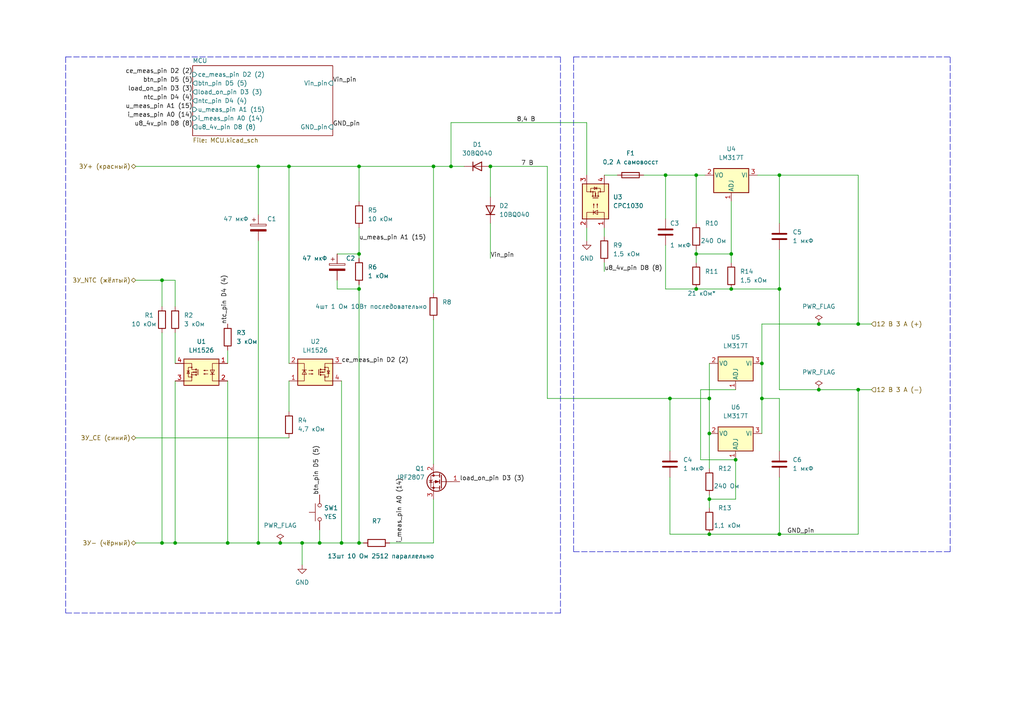
<source format=kicad_sch>
(kicad_sch (version 20211123) (generator eeschema)
  (paper "A4")
  (lib_symbols
    (symbol "Device:C" (pin_numbers hide) (pin_names (offset 0.254))
      (property "Reference" "C" (at 0.635 2.54 0))
      (property "Value" "C" (at 0.635 -2.54 0))
      (symbol "C_0_1"
        (polyline (pts (xy -2.032 -0.762) (xy 2.032 -0.762)) (stroke (width 0.508)))
        (polyline (pts (xy -2.032 0.762) (xy 2.032 0.762)) (stroke (width 0.508)))
      )
      (symbol "C_1_1"
        (pin passive line (at 0 3.81 270) (length 2.794) (name "~") (number "1"))
        (pin passive line (at 0 -3.81 90) (length 2.794) (name "~") (number "2"))
      )
    )
    (symbol "Device:C_Polarized" (pin_numbers hide) (pin_names (offset 0.254))
      (property "Reference" "C" (at 0.635 2.54 0))
      (property "Value" "C_Polarized" (at 0.635 -2.54 0))
      (symbol "C_Polarized_0_1"
        (rectangle (start -2.286 0.508) (end 2.286 1.016))
        (polyline (pts (xy -1.778 2.286) (xy -0.762 2.286)))
        (polyline (pts (xy -1.27 2.794) (xy -1.27 1.778)))
        (rectangle (start 2.286 -0.508) (end -2.286 -1.016) (fill (type outline)))
      )
      (symbol "C_Polarized_1_1"
        (pin passive line (at 0 3.81 270) (length 2.794) (name "~") (number "1"))
        (pin passive line (at 0 -3.81 90) (length 2.794) (name "~") (number "2"))
      )
    )
    (symbol "Device:D" (pin_numbers hide) (pin_names (offset 1.016) hide)
      (property "Reference" "D" (at 0 2.54 0))
      (property "Value" "D" (at 0 -2.54 0))
      (symbol "D_0_1"
        (polyline (pts (xy -1.27 1.27) (xy -1.27 -1.27)) (stroke (width 0.254)))
        (polyline (pts (xy 1.27 0) (xy -1.27 0)))
        (polyline (pts (xy 1.27 1.27) (xy 1.27 -1.27) (xy -1.27 0) (xy 1.27 1.27)) (stroke (width 0.254)))
      )
      (symbol "D_1_1"
        (pin passive line (at -3.81 0 0) (length 2.54) (name "K") (number "1"))
        (pin passive line (at 3.81 0 180) (length 2.54) (name "A") (number "2"))
      )
    )
    (symbol "Device:Fuse" (pin_numbers hide) (pin_names (offset 0))
      (property "Reference" "F" (at 2.032 0 90))
      (property "Value" "Fuse" (at -1.905 0 90))
      (symbol "Fuse_0_1"
        (rectangle (start -0.762 -2.54) (end 0.762 2.54) (stroke (width 0.254)))
        (polyline (pts (xy 0 2.54) (xy 0 -2.54)))
      )
      (symbol "Fuse_1_1"
        (pin passive line (at 0 3.81 270) (length 1.27) (name "~") (number "1"))
        (pin passive line (at 0 -3.81 90) (length 1.27) (name "~") (number "2"))
      )
    )
    (symbol "Device:R" (pin_numbers hide) (pin_names (offset 0))
      (property "Reference" "R" (at 2.032 0 90))
      (property "Value" "R" (at 0 0 90))
      (symbol "R_0_1"
        (rectangle (start -1.016 -2.54) (end 1.016 2.54) (stroke (width 0.254)))
      )
      (symbol "R_1_1"
        (pin passive line (at 0 3.81 270) (length 1.27) (name "~") (number "1"))
        (pin passive line (at 0 -3.81 90) (length 1.27) (name "~") (number "2"))
      )
    )
    (symbol "Regulator_Linear:LM317_TO-220" (pin_names (offset 0.254))
      (property "Reference" "U" (at -3.81 3.175 0))
      (property "Value" "LM317_TO-220" (at 0 3.175 0))
      (symbol "LM317_TO-220_0_1"
        (rectangle (start -5.08 1.905) (end 5.08 -5.08) (stroke (width 0.254)) (fill (type background)))
      )
      (symbol "LM317_TO-220_1_1"
        (pin input line (at 0 -7.62 90) (length 2.54) (name "ADJ") (number "1"))
        (pin power_out line (at 7.62 0 180) (length 2.54) (name "VO") (number "2"))
        (pin power_in line (at -7.62 0 0) (length 2.54) (name "VI") (number "3"))
      )
    )
    (symbol "Relay_SolidState:CPC1002N"
      (property "Reference" "U" (at -5.08 5.08 0))
      (property "Value" "CPC1002N" (at 0 5.08 0))
      (symbol "CPC1002N_0_1"
        (rectangle (start -5.08 3.81) (end 5.08 -3.81) (stroke (width 0.254)) (fill (type background)))
        (polyline (pts (xy -3.81 -0.635) (xy -2.54 -0.635)))
        (polyline (pts (xy 1.016 0.762) (xy 1.016 -0.762)) (stroke (width 0.2032)))
        (polyline (pts (xy 1.524 -0.762) (xy 2.794 -0.762)))
        (polyline (pts (xy 3.429 0.381) (xy 4.191 0.381)))
        (polyline (pts (xy 1.524 -0.635) (xy 1.524 -0.889) (xy 1.524 -0.889)) (stroke (width 0.3556)))
        (polyline (pts (xy 1.524 0.127) (xy 1.524 -0.127) (xy 1.524 -0.127)) (stroke (width 0.3556)))
        (polyline (pts (xy 1.524 0.889) (xy 1.524 0.635) (xy 1.524 0.635)) (stroke (width 0.3556)))
        (polyline (pts (xy -5.08 2.54) (xy -3.175 2.54) (xy -3.175 -2.54) (xy -5.08 -2.54)))
        (polyline (pts (xy -3.175 -0.635) (xy -3.81 0.635) (xy -2.54 0.635) (xy -3.175 -0.635)))
        (polyline (pts (xy 1.524 0) (xy 2.794 0) (xy 2.794 -2.54) (xy 5.08 -2.54)))
        (polyline (pts (xy 1.524 0.762) (xy 2.794 0.762) (xy 2.794 2.54) (xy 5.08 2.54)))
        (polyline (pts (xy 1.778 0) (xy 2.286 0.127) (xy 2.286 -0.127) (xy 1.778 0)))
        (polyline (pts (xy 2.794 -1.397) (xy 3.81 -1.397) (xy 3.81 1.397) (xy 2.794 1.397)))
        (polyline (pts (xy 3.81 0.381) (xy 3.429 -0.381) (xy 4.191 -0.381) (xy 3.81 0.381)))
        (polyline (pts (xy -1.905 -0.508) (xy -0.635 -0.508) (xy -1.016 -0.635) (xy -1.016 -0.381) (xy -0.635 -0.508)))
        (polyline (pts (xy -1.905 0.508) (xy -0.635 0.508) (xy -1.016 0.381) (xy -1.016 0.635) (xy -0.635 0.508)))
        (circle (center 2.794 -1.397) (radius 0.127))
        (circle (center 2.794 -0.762) (radius 0.127))
        (circle (center 2.794 1.397) (radius 0.127))
      )
      (symbol "CPC1002N_1_1"
        (pin passive line (at -7.62 2.54 0) (length 2.54) (name "~") (number "1"))
        (pin passive line (at -7.62 -2.54 0) (length 2.54) (name "~") (number "2"))
        (pin passive line (at 7.62 -2.54 180) (length 2.54) (name "~") (number "3"))
        (pin passive line (at 7.62 2.54 180) (length 2.54) (name "~") (number "4"))
      )
    )
    (symbol "Switch:SW_Push" (pin_numbers hide) (pin_names (offset 1.016) hide)
      (property "Reference" "SW" (at 1.27 2.54 0))
      (property "Value" "SW_Push" (at 0 -1.524 0))
      (symbol "SW_Push_0_1"
        (circle (center -2.032 0) (radius 0.508))
        (polyline (pts (xy 0 1.27) (xy 0 3.048)))
        (polyline (pts (xy 2.54 1.27) (xy -2.54 1.27)))
        (circle (center 2.032 0) (radius 0.508))
        (pin passive line (at -5.08 0 0) (length 2.54) (name "1") (number "1"))
        (pin passive line (at 5.08 0 180) (length 2.54) (name "2") (number "2"))
      )
    )
    (symbol "Transistor_FET:IRF540N" (pin_names hide)
      (property "Reference" "Q" (at 6.35 1.905 0))
      (property "Value" "IRF540N" (at 6.35 0 0))
      (symbol "IRF540N_0_1"
        (polyline (pts (xy 0.254 0) (xy -2.54 0)))
        (polyline (pts (xy 0.254 1.905) (xy 0.254 -1.905)) (stroke (width 0.254)))
        (polyline (pts (xy 0.762 -1.27) (xy 0.762 -2.286)) (stroke (width 0.254)))
        (polyline (pts (xy 0.762 0.508) (xy 0.762 -0.508)) (stroke (width 0.254)))
        (polyline (pts (xy 0.762 2.286) (xy 0.762 1.27)) (stroke (width 0.254)))
        (polyline (pts (xy 2.54 2.54) (xy 2.54 1.778)))
        (polyline (pts (xy 2.54 -2.54) (xy 2.54 0) (xy 0.762 0)))
        (polyline (pts (xy 0.762 -1.778) (xy 3.302 -1.778) (xy 3.302 1.778) (xy 0.762 1.778)))
        (polyline (pts (xy 1.016 0) (xy 2.032 0.381) (xy 2.032 -0.381) (xy 1.016 0)) (fill (type outline)))
        (polyline (pts (xy 2.794 0.508) (xy 2.921 0.381) (xy 3.683 0.381) (xy 3.81 0.254)))
        (polyline (pts (xy 3.302 0.381) (xy 2.921 -0.254) (xy 3.683 -0.254) (xy 3.302 0.381)))
        (circle (center 1.651 0) (radius 2.794) (stroke (width 0.254)))
        (circle (center 2.54 -1.778) (radius 0.254) (fill (type outline)))
        (circle (center 2.54 1.778) (radius 0.254) (fill (type outline)))
      )
      (symbol "IRF540N_1_1"
        (pin input line (at -5.08 0 0) (length 2.54) (name "G") (number "1"))
        (pin passive line (at 2.54 5.08 270) (length 2.54) (name "D") (number "2"))
        (pin passive line (at 2.54 -5.08 90) (length 2.54) (name "S") (number "3"))
      )
    )
    (symbol "power:GND" (power) (pin_names (offset 0))
      (property "Value" "GND" (at 0 -3.81 0))
      (symbol "GND_0_1"
        (polyline (pts (xy 0 0) (xy 0 -1.27) (xy 1.27 -1.27) (xy 0 -2.54) (xy -1.27 -1.27) (xy 0 -1.27)))
      )
      (symbol "GND_1_1"
        (pin power_in line (at 0 0 270) (length 0) hide (name "GND") (number "1"))
      )
    )
    (symbol "power:PWR_FLAG" (power) (pin_numbers hide) (pin_names (offset 0) hide)
      (property "Value" "PWR_FLAG" (at 0 3.81 0))
      (symbol "PWR_FLAG_0_0"
        (pin power_out line (at 0 0 90) (length 0) (name "pwr") (number "1"))
      )
      (symbol "PWR_FLAG_0_1"
        (polyline (pts (xy 0 0) (xy 0 1.27) (xy -1.016 1.905) (xy 0 2.54) (xy 1.016 1.905) (xy 0 1.27)))
      )
    )
  )
  (junction (at 205.74 144.78))
  (junction (at 104.14 157.48))
  (junction (at 193.04 50.8))
  (junction (at 104.14 83.82))
  (junction (at 142.24 48.26))
  (junction (at 104.14 48.26))
  (junction (at 248.92 113.03))
  (junction (at 205.74 115.57))
  (junction (at 205.74 154.94))
  (junction (at 213.36 133.35))
  (junction (at 237.49 93.98))
  (junction (at 226.06 154.94))
  (junction (at 212.09 83.82))
  (junction (at 99.06 157.48))
  (junction (at 46.99 81.28))
  (junction (at 125.73 48.26))
  (junction (at 212.09 73.66))
  (junction (at 92.71 157.48))
  (junction (at 66.04 157.48))
  (junction (at 46.99 157.48))
  (junction (at 130.81 48.26))
  (junction (at 83.82 48.26))
  (junction (at 237.49 113.03))
  (junction (at 248.92 93.98))
  (junction (at 194.31 115.57))
  (junction (at 201.93 50.8))
  (junction (at 226.06 83.82))
  (junction (at 74.93 48.26))
  (junction (at 220.98 115.57))
  (junction (at 74.93 157.48))
  (junction (at 226.06 50.8))
  (junction (at 81.28 157.48))
  (junction (at 205.74 125.73))
  (junction (at 201.93 83.82))
  (junction (at 104.14 73.66))
  (junction (at 87.63 157.48))
  (junction (at 201.93 73.66))
  (junction (at 220.98 105.41))
  (junction (at 50.8 157.48))
  (wire (pts (xy 74.93 48.26) (xy 74.93 62.23)))
  (wire (pts (xy 97.79 81.28) (xy 97.79 83.82)))
  (wire (pts (xy 205.74 115.57) (xy 205.74 125.73)))
  (wire (pts (xy 50.8 157.48) (xy 46.99 157.48)))
  (wire (pts (xy 212.09 58.42) (xy 212.09 73.66)))
  (wire (pts (xy 252.73 93.98) (xy 248.92 93.98)))
  (wire (pts (xy 66.04 157.48) (xy 50.8 157.48)))
  (wire (pts (xy 226.06 130.81) (xy 226.06 115.57)))
  (wire (pts (xy 248.92 93.98) (xy 248.92 50.8)))
  (wire (pts (xy 50.8 110.49) (xy 50.8 157.48)))
  (polyline (pts (xy 19.05 16.51) (xy 19.05 177.8)))
  (wire (pts (xy 130.81 35.56) (xy 130.81 48.26)))
  (wire (pts (xy 46.99 96.52) (xy 46.99 157.48)))
  (wire (pts (xy 226.06 154.94) (xy 248.92 154.94)))
  (wire (pts (xy 213.36 144.78) (xy 205.74 144.78)))
  (wire (pts (xy 39.37 81.28) (xy 46.99 81.28)))
  (wire (pts (xy 81.28 157.48) (xy 74.93 157.48)))
  (wire (pts (xy 142.24 74.93) (xy 142.24 64.77)))
  (wire (pts (xy 46.99 157.48) (xy 39.37 157.48)))
  (wire (pts (xy 201.93 50.8) (xy 201.93 64.77)))
  (wire (pts (xy 170.18 66.04) (xy 170.18 69.85)))
  (polyline (pts (xy 166.37 160.02) (xy 275.59 160.02)))
  (wire (pts (xy 226.06 72.39) (xy 226.06 83.82)))
  (wire (pts (xy 193.04 71.12) (xy 193.04 83.82)))
  (wire (pts (xy 203.2 133.35) (xy 203.2 113.03)))
  (polyline (pts (xy 166.37 16.51) (xy 275.59 16.51)))
  (polyline (pts (xy 19.05 16.51) (xy 162.56 16.51)))
  (wire (pts (xy 237.49 113.03) (xy 226.06 113.03)))
  (wire (pts (xy 175.26 66.04) (xy 175.26 68.58)))
  (wire (pts (xy 201.93 73.66) (xy 201.93 76.2)))
  (wire (pts (xy 226.06 138.43) (xy 226.06 154.94)))
  (wire (pts (xy 99.06 157.48) (xy 92.71 157.48)))
  (wire (pts (xy 83.82 48.26) (xy 104.14 48.26)))
  (wire (pts (xy 170.18 35.56) (xy 170.18 50.8)))
  (wire (pts (xy 83.82 110.49) (xy 83.82 119.38)))
  (wire (pts (xy 201.93 50.8) (xy 204.47 50.8)))
  (polyline (pts (xy 275.59 160.02) (xy 275.59 16.51)))
  (polyline (pts (xy 162.56 16.51) (xy 162.56 177.8)))
  (wire (pts (xy 212.09 73.66) (xy 212.09 76.2)))
  (wire (pts (xy 46.99 81.28) (xy 50.8 81.28)))
  (wire (pts (xy 226.06 83.82) (xy 212.09 83.82)))
  (wire (pts (xy 194.31 138.43) (xy 194.31 154.94)))
  (wire (pts (xy 66.04 101.6) (xy 66.04 105.41)))
  (wire (pts (xy 226.06 113.03) (xy 226.06 83.82)))
  (wire (pts (xy 237.49 93.98) (xy 220.98 93.98)))
  (wire (pts (xy 201.93 83.82) (xy 212.09 83.82)))
  (wire (pts (xy 220.98 105.41) (xy 220.98 115.57)))
  (wire (pts (xy 92.71 153.67) (xy 92.71 157.48)))
  (wire (pts (xy 194.31 154.94) (xy 205.74 154.94)))
  (wire (pts (xy 201.93 72.39) (xy 201.93 73.66)))
  (wire (pts (xy 194.31 130.81) (xy 194.31 115.57)))
  (wire (pts (xy 226.06 115.57) (xy 220.98 115.57)))
  (wire (pts (xy 97.79 73.66) (xy 104.14 73.66)))
  (wire (pts (xy 175.26 78.74) (xy 175.26 76.2)))
  (wire (pts (xy 125.73 85.09) (xy 125.73 48.26)))
  (wire (pts (xy 87.63 157.48) (xy 87.63 163.83)))
  (wire (pts (xy 201.93 73.66) (xy 212.09 73.66)))
  (wire (pts (xy 46.99 81.28) (xy 46.99 88.9)))
  (wire (pts (xy 74.93 69.85) (xy 74.93 157.48)))
  (wire (pts (xy 104.14 83.82) (xy 104.14 157.48)))
  (wire (pts (xy 213.36 133.35) (xy 203.2 133.35)))
  (wire (pts (xy 203.2 113.03) (xy 213.36 113.03)))
  (wire (pts (xy 83.82 105.41) (xy 83.82 48.26)))
  (wire (pts (xy 125.73 48.26) (xy 130.81 48.26)))
  (wire (pts (xy 248.92 154.94) (xy 248.92 113.03)))
  (wire (pts (xy 104.14 48.26) (xy 104.14 58.42)))
  (wire (pts (xy 205.74 143.51) (xy 205.74 144.78)))
  (wire (pts (xy 104.14 48.26) (xy 125.73 48.26)))
  (wire (pts (xy 39.37 127) (xy 83.82 127)))
  (wire (pts (xy 50.8 81.28) (xy 50.8 88.9)))
  (wire (pts (xy 104.14 157.48) (xy 105.41 157.48)))
  (wire (pts (xy 50.8 96.52) (xy 50.8 105.41)))
  (wire (pts (xy 248.92 113.03) (xy 237.49 113.03)))
  (wire (pts (xy 252.73 113.03) (xy 248.92 113.03)))
  (wire (pts (xy 205.74 144.78) (xy 205.74 147.32)))
  (wire (pts (xy 92.71 157.48) (xy 87.63 157.48)))
  (wire (pts (xy 193.04 50.8) (xy 201.93 50.8)))
  (wire (pts (xy 99.06 157.48) (xy 104.14 157.48)))
  (wire (pts (xy 248.92 93.98) (xy 237.49 93.98)))
  (wire (pts (xy 74.93 157.48) (xy 66.04 157.48)))
  (wire (pts (xy 74.93 48.26) (xy 39.37 48.26)))
  (wire (pts (xy 113.03 157.48) (xy 125.73 157.48)))
  (wire (pts (xy 125.73 144.78) (xy 125.73 157.48)))
  (wire (pts (xy 226.06 50.8) (xy 226.06 64.77)))
  (wire (pts (xy 213.36 133.35) (xy 213.36 144.78)))
  (wire (pts (xy 99.06 110.49) (xy 99.06 157.48)))
  (wire (pts (xy 125.73 92.71) (xy 125.73 134.62)))
  (wire (pts (xy 205.74 105.41) (xy 205.74 115.57)))
  (wire (pts (xy 104.14 82.55) (xy 104.14 83.82)))
  (wire (pts (xy 83.82 48.26) (xy 74.93 48.26)))
  (wire (pts (xy 193.04 83.82) (xy 201.93 83.82)))
  (wire (pts (xy 170.18 35.56) (xy 130.81 35.56)))
  (wire (pts (xy 194.31 115.57) (xy 205.74 115.57)))
  (polyline (pts (xy 166.37 16.51) (xy 166.37 160.02)))
  (wire (pts (xy 220.98 115.57) (xy 220.98 125.73)))
  (wire (pts (xy 248.92 50.8) (xy 226.06 50.8)))
  (wire (pts (xy 158.75 115.57) (xy 194.31 115.57)))
  (wire (pts (xy 142.24 48.26) (xy 142.24 57.15)))
  (wire (pts (xy 104.14 73.66) (xy 104.14 74.93)))
  (wire (pts (xy 226.06 154.94) (xy 205.74 154.94)))
  (wire (pts (xy 193.04 50.8) (xy 193.04 63.5)))
  (wire (pts (xy 158.75 48.26) (xy 142.24 48.26)))
  (polyline (pts (xy 162.56 177.8) (xy 19.05 177.8)))
  (wire (pts (xy 175.26 50.8) (xy 179.07 50.8)))
  (wire (pts (xy 130.81 48.26) (xy 134.62 48.26)))
  (wire (pts (xy 66.04 110.49) (xy 66.04 157.48)))
  (wire (pts (xy 87.63 157.48) (xy 81.28 157.48)))
  (wire (pts (xy 220.98 93.98) (xy 220.98 105.41)))
  (wire (pts (xy 186.69 50.8) (xy 193.04 50.8)))
  (wire (pts (xy 219.71 50.8) (xy 226.06 50.8)))
  (wire (pts (xy 104.14 66.04) (xy 104.14 73.66)))
  (wire (pts (xy 97.79 83.82) (xy 104.14 83.82)))
  (wire (pts (xy 205.74 125.73) (xy 205.74 135.89)))
  (wire (pts (xy 158.75 115.57) (xy 158.75 48.26)))
  (label "u_meas_pin A1 (15)" (at 104.14 69.85 0))
  (label "u_meas_pin A1 (15)" (at 55.88 31.75 180))
  (label "i_meas_pin A0 (14)" (at 55.88 34.29 180))
  (label "Vin_pin" (at 142.24 74.93 0))
  (label "btn_pin D5 (5)" (at 55.88 24.13 180))
  (label "Vin_pin" (at 96.52 24.13 0))
  (label "load_on_pin D3 (3)" (at 133.35 139.7 0))
  (label "ntc_pin D4 (4)" (at 55.88 29.21 180))
  (label "7 В" (at 151.13 48.26 0))
  (label "btn_pin D5 (5)" (at 92.71 143.51 90))
  (label "GND_pin" (at 236.22 154.94 180))
  (label "GND_pin" (at 96.52 36.83 0))
  (label "ce_meas_pin D2 (2)" (at 99.06 105.41 0))
  (label "u8_4v_pin D8 (8)" (at 55.88 36.83 180))
  (label "ce_meas_pin D2 (2)" (at 55.88 21.59 180))
  (label "ntc_pin D4 (4)" (at 66.04 93.98 90))
  (label "u8_4v_pin D8 (8)" (at 175.26 78.74 0))
  (label "i_meas_pin A0 (14)" (at 116.84 157.48 90))
  (label "load_on_pin D3 (3)" (at 55.88 26.67 180))
  (label "8,4 В" (at 149.86 35.56 0))
  (hierarchical_label "ЗУ- (чёрный)" (shape bidirectional) (at 39.37 157.48 180))
  (hierarchical_label "12 В 3 А (+)" (shape input) (at 252.73 93.98 0))
  (hierarchical_label "ЗУ+ (красный)" (shape bidirectional) (at 39.37 48.26 180))
  (hierarchical_label "ЗУ_CE (синий)" (shape bidirectional) (at 39.37 127 180))
  (hierarchical_label "ЗУ_NTC (жёлтый)" (shape bidirectional) (at 39.37 81.28 180))
  (hierarchical_label "12 В 3 А (-)" (shape input) (at 252.73 113.03 0))
  (symbol (lib_id "Device:R") (at 83.82 123.19 0) (unit 1)
    (property "Reference" "R4" (at 86.36 121.9199 0) (effects (justify left)))
    (property "Value" "4,7 кОм" (at 86.36 124.4599 0) (effects (justify left)))
  )
  (symbol (lib_id "Device:C") (at 193.04 67.31 0) (unit 1)
    (property "Reference" "C3" (at 194.31 64.77 0) (effects (justify left)))
    (property "Value" "1 мкФ" (at 194.31 71.12 0) (effects (justify left)))
  )
  (symbol (lib_id "Device:Fuse") (at 182.88 50.8 90) (unit 1)
    (property "Reference" "F1" (at 182.88 44.45 90))
    (property "Value" "0,2 А самовосст" (at 182.88 46.99 90))
  )
  (symbol (lib_id "Device:R") (at 205.74 139.7 0) (unit 1)
    (property "Reference" "R12" (at 208.28 135.89 0) (effects (justify left)))
    (property "Value" "240 Ом" (at 207.01 140.97 0) (effects (justify left)))
  )
  (symbol (lib_id "power:GND") (at 87.63 163.83 0) (unit 1)
    (property "Reference" "#PWR0101" (effects hide))
    (property "Value" "GND" (at 87.63 168.91 0))
  )
  (symbol (lib_id "Regulator_Linear:LM317_TO-220") (at 213.36 125.73 0) (mirror y) (unit 1)
    (property "Reference" "U6" (at 213.36 118.11 0))
    (property "Value" "LM317T" (at 213.36 120.65 0))
    (property "Footprint" "Package_TO_SOT_THT:TO-220-3_Vertical" (effects hide))
    (property "Datasheet" "http://www.ti.com/lit/ds/symlink/lm317.pdf" (effects hide))
  )
  (symbol (lib_id "Device:D") (at 138.43 48.26 0) (unit 1)
    (property "Reference" "D1" (at 138.43 41.91 0))
    (property "Value" "30BQ040" (at 138.43 44.45 0))
  )
  (symbol (lib_id "Relay_SolidState:CPC1002N") (at 58.42 107.95 0) (mirror y) (unit 1)
    (property "Reference" "U1" (at 58.42 99.06 0))
    (property "Value" "LH1526" (at 58.42 101.6 0))
    (property "Footprint" "Package_SO:SOP-4_3.8x4.1mm_P2.54mm" (effects hide))
    (property "Datasheet" "http://www.ixysic.com/home/pdfs.nsf/www/CPC1002N.pdf/$file/CPC1002N.pdf" (effects hide))
  )
  (symbol (lib_id "Device:R") (at 201.93 80.01 0) (unit 1)
    (property "Reference" "R11" (at 204.47 78.7399 0) (effects (justify left)))
    (property "Value" "21 кОм*" (at 199.39 85.09 0) (effects (justify left)))
  )
  (symbol (lib_id "Transistor_FET:IRF540N") (at 128.27 139.7 0) (mirror y) (unit 1)
    (property "Reference" "Q1" (at 123.19 135.89 0) (effects (justify left)))
    (property "Value" "IRF2807" (at 123.19 138.43 0) (effects (justify left)))
    (property "Footprint" "Package_TO_SOT_THT:TO-220-3_Vertical" (effects hide))
    (property "Datasheet" "http://www.irf.com/product-info/datasheets/data/irf540n.pdf" (effects hide))
  )
  (symbol (lib_id "Device:R") (at 205.74 151.13 0) (unit 1)
    (property "Reference" "R13" (at 208.28 147.32 0) (effects (justify left)))
    (property "Value" "1,1 кОм" (at 207.01 152.4 0) (effects (justify left)))
  )
  (symbol (lib_id "power:PWR_FLAG") (at 237.49 113.03 0) (unit 1)
    (property "Reference" "#FLG0102" (effects hide))
    (property "Value" "PWR_FLAG" (at 237.49 107.95 0))
  )
  (symbol (lib_id "Device:R") (at 125.73 88.9 0) (unit 1)
    (property "Reference" "R8" (at 128.27 87.6299 0) (effects (justify left)))
    (property "Value" "4шт 1 Ом 10Вт последовательно" (at 91.44 88.9 0) (effects (justify left)))
  )
  (symbol (lib_id "Device:R") (at 109.22 157.48 90) (unit 1)
    (property "Reference" "R7" (at 109.22 151.13 90))
    (property "Value" "13шт 10 Ом 2512 параллельно" (at 110.49 161.29 90))
  )
  (symbol (lib_id "Device:R") (at 46.99 92.71 0) (unit 1)
    (property "Reference" "R1" (at 41.91 91.44 0) (effects (justify left)))
    (property "Value" "10 кОм" (at 38.1 93.98 0) (effects (justify left)))
  )
  (symbol (lib_id "Switch:SW_Push") (at 92.71 148.59 90) (unit 1)
    (property "Reference" "SW1" (at 93.98 147.3199 90) (effects (justify right)))
    (property "Value" "YES" (at 93.98 149.8599 90) (effects (justify right)))
  )
  (symbol (lib_id "Device:R") (at 175.26 72.39 0) (unit 1)
    (property "Reference" "R9" (at 177.8 71.1199 0) (effects (justify left)))
    (property "Value" "1,5 кОм" (at 177.8 73.66 0) (effects (justify left)))
  )
  (symbol (lib_id "Regulator_Linear:LM317_TO-220") (at 213.36 105.41 0) (mirror y) (unit 1)
    (property "Reference" "U5" (at 213.36 97.79 0))
    (property "Value" "LM317T" (at 213.36 100.33 0))
    (property "Footprint" "Package_TO_SOT_THT:TO-220-3_Vertical" (effects hide))
    (property "Datasheet" "http://www.ti.com/lit/ds/symlink/lm317.pdf" (effects hide))
  )
  (symbol (lib_id "Device:R") (at 104.14 62.23 0) (unit 1)
    (property "Reference" "R5" (at 106.68 60.9599 0) (effects (justify left)))
    (property "Value" "10 кОм" (at 106.68 63.5 0) (effects (justify left)))
  )
  (symbol (lib_id "Device:R") (at 201.93 68.58 0) (unit 1)
    (property "Reference" "R10" (at 204.47 64.77 0) (effects (justify left)))
    (property "Value" "240 Ом" (at 203.2 69.85 0) (effects (justify left)))
  )
  (symbol (lib_id "power:GND") (at 170.18 69.85 0) (unit 1)
    (property "Reference" "#PWR0102" (effects hide))
    (property "Value" "GND" (at 170.18 74.93 0))
  )
  (symbol (lib_id "Device:R") (at 212.09 80.01 0) (unit 1)
    (property "Reference" "R14" (at 214.63 78.7399 0) (effects (justify left)))
    (property "Value" "1,5 кОм" (at 214.63 81.28 0) (effects (justify left)))
  )
  (symbol (lib_id "Device:R") (at 104.14 78.74 0) (unit 1)
    (property "Reference" "R6" (at 106.68 77.4699 0) (effects (justify left)))
    (property "Value" "1 кОм" (at 106.68 80.01 0) (effects (justify left)))
  )
  (symbol (lib_id "Device:C") (at 226.06 134.62 0) (unit 1)
    (property "Reference" "C6" (at 229.87 133.3499 0) (effects (justify left)))
    (property "Value" "1 мкФ" (at 229.87 135.8899 0) (effects (justify left)))
  )
  (symbol (lib_id "Device:D") (at 142.24 60.96 90) (unit 1)
    (property "Reference" "D2" (at 144.78 59.6899 90) (effects (justify right)))
    (property "Value" "10BQ040" (at 144.78 62.2299 90) (effects (justify right)))
  )
  (symbol (lib_id "power:PWR_FLAG") (at 237.49 93.98 0) (unit 1)
    (property "Reference" "#FLG0101" (effects hide))
    (property "Value" "PWR_FLAG" (at 237.49 88.9 0))
  )
  (symbol (lib_id "power:PWR_FLAG") (at 81.28 157.48 0) (unit 1)
    (property "Reference" "#FLG0103" (effects hide))
    (property "Value" "PWR_FLAG" (at 81.28 152.4 0))
  )
  (symbol (lib_id "Relay_SolidState:CPC1002N") (at 91.44 107.95 0) (mirror x) (unit 1)
    (property "Reference" "U2" (at 91.44 99.06 0))
    (property "Value" "LH1526" (at 91.44 101.6 0))
    (property "Footprint" "Package_SO:SOP-4_3.8x4.1mm_P2.54mm" (effects hide))
    (property "Datasheet" "http://www.ixysic.com/home/pdfs.nsf/www/CPC1002N.pdf/$file/CPC1002N.pdf" (effects hide))
  )
  (symbol (lib_id "Device:C") (at 194.31 134.62 0) (unit 1)
    (property "Reference" "C4" (at 198.12 133.3499 0) (effects (justify left)))
    (property "Value" "1 мкФ" (at 198.12 135.8899 0) (effects (justify left)))
  )
  (symbol (lib_id "Device:C") (at 226.06 68.58 0) (unit 1)
    (property "Reference" "C5" (at 229.87 67.3099 0) (effects (justify left)))
    (property "Value" "1 мкФ" (at 229.87 69.8499 0) (effects (justify left)))
  )
  (symbol (lib_id "Device:R") (at 66.04 97.79 0) (unit 1)
    (property "Reference" "R3" (at 68.58 96.5199 0) (effects (justify left)))
    (property "Value" "3 кОм" (at 68.58 99.0599 0) (effects (justify left)))
  )
  (symbol (lib_id "Relay_SolidState:CPC1002N") (at 172.72 58.42 270) (mirror x) (unit 1)
    (property "Reference" "U3" (at 177.8 57.1499 90) (effects (justify left)))
    (property "Value" "CPC1030" (at 177.8 59.6899 90) (effects (justify left)))
    (property "Footprint" "Package_SO:SOP-4_3.8x4.1mm_P2.54mm" (effects hide))
    (property "Datasheet" "http://www.ixysic.com/home/pdfs.nsf/www/CPC1002N.pdf/$file/CPC1002N.pdf" (effects hide))
  )
  (symbol (lib_id "Device:C_Polarized") (at 74.93 66.04 0) (unit 1)
    (property "Reference" "C1" (at 77.47 63.5 0) (effects (justify left)))
    (property "Value" "47 мкФ" (at 64.77 63.5 0) (effects (justify left)))
  )
  (symbol (lib_id "Device:R") (at 50.8 92.71 0) (unit 1)
    (property "Reference" "R2" (at 53.34 91.4399 0) (effects (justify left)))
    (property "Value" "3 кОм" (at 53.34 93.9799 0) (effects (justify left)))
  )
  (symbol (lib_id "Regulator_Linear:LM317_TO-220") (at 212.09 50.8 0) (mirror y) (unit 1)
    (property "Reference" "U4" (at 212.09 43.18 0))
    (property "Value" "LM317T" (at 212.09 45.72 0))
    (property "Footprint" "Package_TO_SOT_THT:TO-220-3_Vertical" (effects hide))
    (property "Datasheet" "http://www.ti.com/lit/ds/symlink/lm317.pdf" (effects hide))
  )
  (symbol (lib_id "Device:C_Polarized") (at 97.79 77.47 0) (unit 1)
    (property "Reference" "C2" (at 100.33 74.93 0) (effects (justify left)))
    (property "Value" "47 мкФ" (at 87.63 74.93 0) (effects (justify left)))
  )
  (sheet (at 55.88 19.05) (size 40.64 20.32) (stroke (width 0.1524))
    (property "Sheet name" "MCU" (at 55.88 18.3384 0) (effects (justify left bottom)))
    (property "Sheet file" "MCU.kicad_sch" (at 55.88 39.9546 0) (effects (justify left top)))
    (pin "ntc_pin D4 (4)" output (at 55.88 29.21 180))
    (pin "Vin_pin" input (at 96.52 24.13 0))
    (pin "u_meas_pin A1 (15)" input (at 55.88 31.75 180))
    (pin "i_meas_pin A0 (14)" input (at 55.88 34.29 180))
    (pin "load_on_pin D3 (3)" output (at 55.88 26.67 180))
    (pin "btn_pin D5 (5)" output (at 55.88 24.13 180))
    (pin "ce_meas_pin D2 (2)" input (at 55.88 21.59 180))
    (pin "u8_4v_pin D8 (8)" output (at 55.88 36.83 180))
    (pin "GND_pin" input (at 96.52 36.83 0))
  )
)
</source>
